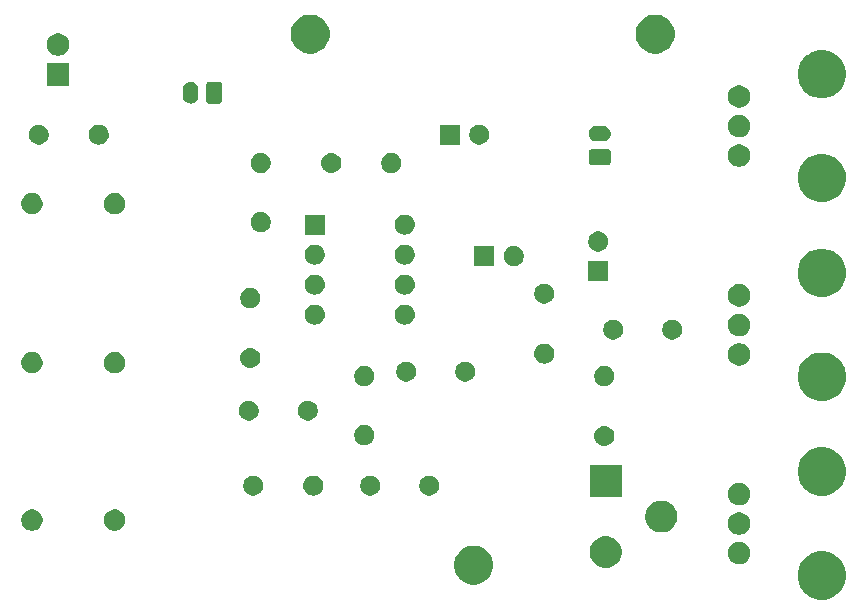
<source format=gbr>
G04 #@! TF.GenerationSoftware,KiCad,Pcbnew,(5.0.1)-rc2*
G04 #@! TF.CreationDate,2018-12-16T23:01:32-05:00*
G04 #@! TF.ProjectId,miniamp,6D696E69616D702E6B696361645F7063,rev?*
G04 #@! TF.SameCoordinates,Original*
G04 #@! TF.FileFunction,Soldermask,Bot*
G04 #@! TF.FilePolarity,Negative*
%FSLAX46Y46*%
G04 Gerber Fmt 4.6, Leading zero omitted, Abs format (unit mm)*
G04 Created by KiCad (PCBNEW (5.0.1)-rc2) date 12/16/2018 11:01:32 PM*
%MOMM*%
%LPD*%
G01*
G04 APERTURE LIST*
%ADD10C,0.100000*%
G04 APERTURE END LIST*
D10*
G36*
X192891252Y-99495818D02*
X192891254Y-99495819D01*
X192891255Y-99495819D01*
X193264513Y-99650427D01*
X193491295Y-99801958D01*
X193600439Y-99874886D01*
X193886114Y-100160561D01*
X193886116Y-100160564D01*
X194110573Y-100496487D01*
X194265181Y-100869745D01*
X194344000Y-101265994D01*
X194344000Y-101670006D01*
X194265181Y-102066255D01*
X194110573Y-102439513D01*
X194110572Y-102439514D01*
X193886114Y-102775439D01*
X193600439Y-103061114D01*
X193600436Y-103061116D01*
X193264513Y-103285573D01*
X192891255Y-103440181D01*
X192891254Y-103440181D01*
X192891252Y-103440182D01*
X192495007Y-103519000D01*
X192090993Y-103519000D01*
X191694748Y-103440182D01*
X191694746Y-103440181D01*
X191694745Y-103440181D01*
X191321487Y-103285573D01*
X190985564Y-103061116D01*
X190985561Y-103061114D01*
X190699886Y-102775439D01*
X190475428Y-102439514D01*
X190475427Y-102439513D01*
X190320819Y-102066255D01*
X190242000Y-101670006D01*
X190242000Y-101265994D01*
X190320819Y-100869745D01*
X190475427Y-100496487D01*
X190699884Y-100160564D01*
X190699886Y-100160561D01*
X190985561Y-99874886D01*
X191094705Y-99801958D01*
X191321487Y-99650427D01*
X191694745Y-99495819D01*
X191694746Y-99495819D01*
X191694748Y-99495818D01*
X192090993Y-99417000D01*
X192495007Y-99417000D01*
X192891252Y-99495818D01*
X192891252Y-99495818D01*
G37*
G36*
X163121246Y-98961770D02*
X163295579Y-98996447D01*
X163596042Y-99120903D01*
X163850017Y-99290604D01*
X163866454Y-99301587D01*
X164096413Y-99531546D01*
X164096415Y-99531549D01*
X164277097Y-99801958D01*
X164366778Y-100018466D01*
X164401553Y-100102422D01*
X164465000Y-100421389D01*
X164465000Y-100746611D01*
X164401553Y-101065578D01*
X164277098Y-101366040D01*
X164096413Y-101636454D01*
X163866454Y-101866413D01*
X163866451Y-101866415D01*
X163596042Y-102047097D01*
X163295579Y-102171553D01*
X163189256Y-102192702D01*
X162976611Y-102235000D01*
X162651389Y-102235000D01*
X162438744Y-102192702D01*
X162332421Y-102171553D01*
X162031958Y-102047097D01*
X161761549Y-101866415D01*
X161761546Y-101866413D01*
X161531587Y-101636454D01*
X161350902Y-101366040D01*
X161226447Y-101065578D01*
X161163000Y-100746611D01*
X161163000Y-100421389D01*
X161226447Y-100102422D01*
X161261223Y-100018466D01*
X161350903Y-99801958D01*
X161531585Y-99531549D01*
X161531587Y-99531546D01*
X161761546Y-99301587D01*
X161777983Y-99290604D01*
X162031958Y-99120903D01*
X162332421Y-98996447D01*
X162506754Y-98961770D01*
X162651389Y-98933000D01*
X162976611Y-98933000D01*
X163121246Y-98961770D01*
X163121246Y-98961770D01*
G37*
G36*
X174253567Y-98146959D02*
X174384072Y-98172918D01*
X174629939Y-98274759D01*
X174850464Y-98422110D01*
X174851215Y-98422612D01*
X175039388Y-98610785D01*
X175039390Y-98610788D01*
X175187241Y-98832061D01*
X175289082Y-99077928D01*
X175289082Y-99077929D01*
X175333571Y-99301587D01*
X175341000Y-99338938D01*
X175341000Y-99605062D01*
X175289082Y-99866072D01*
X175187241Y-100111939D01*
X175039890Y-100332464D01*
X175039388Y-100333215D01*
X174851215Y-100521388D01*
X174851212Y-100521390D01*
X174629939Y-100669241D01*
X174384072Y-100771082D01*
X174253567Y-100797041D01*
X174123063Y-100823000D01*
X173856937Y-100823000D01*
X173726433Y-100797041D01*
X173595928Y-100771082D01*
X173350061Y-100669241D01*
X173128788Y-100521390D01*
X173128785Y-100521388D01*
X172940612Y-100333215D01*
X172940110Y-100332464D01*
X172792759Y-100111939D01*
X172690918Y-99866072D01*
X172639000Y-99605062D01*
X172639000Y-99338938D01*
X172646430Y-99301587D01*
X172690918Y-99077929D01*
X172690918Y-99077928D01*
X172792759Y-98832061D01*
X172940610Y-98610788D01*
X172940612Y-98610785D01*
X173128785Y-98422612D01*
X173129536Y-98422110D01*
X173350061Y-98274759D01*
X173595928Y-98172918D01*
X173726433Y-98146959D01*
X173856937Y-98121000D01*
X174123063Y-98121000D01*
X174253567Y-98146959D01*
X174253567Y-98146959D01*
G37*
G36*
X185570396Y-98653546D02*
X185743466Y-98725234D01*
X185899230Y-98829312D01*
X186031688Y-98961770D01*
X186135766Y-99117534D01*
X186207454Y-99290604D01*
X186244000Y-99474333D01*
X186244000Y-99661667D01*
X186207454Y-99845396D01*
X186135766Y-100018466D01*
X186031688Y-100174230D01*
X185899230Y-100306688D01*
X185743466Y-100410766D01*
X185570396Y-100482454D01*
X185386667Y-100519000D01*
X185199333Y-100519000D01*
X185015604Y-100482454D01*
X184842534Y-100410766D01*
X184686770Y-100306688D01*
X184554312Y-100174230D01*
X184450234Y-100018466D01*
X184378546Y-99845396D01*
X184342000Y-99661667D01*
X184342000Y-99474333D01*
X184378546Y-99290604D01*
X184450234Y-99117534D01*
X184554312Y-98961770D01*
X184686770Y-98829312D01*
X184842534Y-98725234D01*
X185015604Y-98653546D01*
X185199333Y-98617000D01*
X185386667Y-98617000D01*
X185570396Y-98653546D01*
X185570396Y-98653546D01*
G37*
G36*
X185570396Y-96153546D02*
X185743466Y-96225234D01*
X185899230Y-96329312D01*
X186031688Y-96461770D01*
X186135766Y-96617534D01*
X186207454Y-96790604D01*
X186244000Y-96974333D01*
X186244000Y-97161667D01*
X186207454Y-97345396D01*
X186135766Y-97518466D01*
X186031688Y-97674230D01*
X185899230Y-97806688D01*
X185743466Y-97910766D01*
X185570396Y-97982454D01*
X185386667Y-98019000D01*
X185199333Y-98019000D01*
X185015604Y-97982454D01*
X184842534Y-97910766D01*
X184686770Y-97806688D01*
X184554312Y-97674230D01*
X184450234Y-97518466D01*
X184378546Y-97345396D01*
X184342000Y-97161667D01*
X184342000Y-96974333D01*
X184378546Y-96790604D01*
X184450234Y-96617534D01*
X184554312Y-96461770D01*
X184686770Y-96329312D01*
X184842534Y-96225234D01*
X185015604Y-96153546D01*
X185199333Y-96117000D01*
X185386667Y-96117000D01*
X185570396Y-96153546D01*
X185570396Y-96153546D01*
G37*
G36*
X178953567Y-95146959D02*
X179084072Y-95172918D01*
X179329939Y-95274759D01*
X179533485Y-95410765D01*
X179551215Y-95422612D01*
X179739388Y-95610785D01*
X179739390Y-95610788D01*
X179887241Y-95832061D01*
X179989082Y-96077928D01*
X180013293Y-96199643D01*
X180041000Y-96338937D01*
X180041000Y-96605063D01*
X180038519Y-96617534D01*
X179989082Y-96866072D01*
X179887241Y-97111939D01*
X179739890Y-97332464D01*
X179739388Y-97333215D01*
X179551215Y-97521388D01*
X179551212Y-97521390D01*
X179329939Y-97669241D01*
X179084072Y-97771082D01*
X178953567Y-97797041D01*
X178823063Y-97823000D01*
X178556937Y-97823000D01*
X178426433Y-97797041D01*
X178295928Y-97771082D01*
X178050061Y-97669241D01*
X177828788Y-97521390D01*
X177828785Y-97521388D01*
X177640612Y-97333215D01*
X177640110Y-97332464D01*
X177492759Y-97111939D01*
X177390918Y-96866072D01*
X177341481Y-96617534D01*
X177339000Y-96605063D01*
X177339000Y-96338937D01*
X177366707Y-96199643D01*
X177390918Y-96077928D01*
X177492759Y-95832061D01*
X177640610Y-95610788D01*
X177640612Y-95610785D01*
X177828785Y-95422612D01*
X177846515Y-95410765D01*
X178050061Y-95274759D01*
X178295928Y-95172918D01*
X178426433Y-95146959D01*
X178556937Y-95121000D01*
X178823063Y-95121000D01*
X178953567Y-95146959D01*
X178953567Y-95146959D01*
G37*
G36*
X132671812Y-95907624D02*
X132835784Y-95975544D01*
X132983354Y-96074147D01*
X133108853Y-96199646D01*
X133207456Y-96347216D01*
X133275376Y-96511188D01*
X133310000Y-96685259D01*
X133310000Y-96862741D01*
X133275376Y-97036812D01*
X133207456Y-97200784D01*
X133108853Y-97348354D01*
X132983354Y-97473853D01*
X132835784Y-97572456D01*
X132671812Y-97640376D01*
X132497741Y-97675000D01*
X132320259Y-97675000D01*
X132146188Y-97640376D01*
X131982216Y-97572456D01*
X131834646Y-97473853D01*
X131709147Y-97348354D01*
X131610544Y-97200784D01*
X131542624Y-97036812D01*
X131508000Y-96862741D01*
X131508000Y-96685259D01*
X131542624Y-96511188D01*
X131610544Y-96347216D01*
X131709147Y-96199646D01*
X131834646Y-96074147D01*
X131982216Y-95975544D01*
X132146188Y-95907624D01*
X132320259Y-95873000D01*
X132497741Y-95873000D01*
X132671812Y-95907624D01*
X132671812Y-95907624D01*
G37*
G36*
X125671812Y-95907624D02*
X125835784Y-95975544D01*
X125983354Y-96074147D01*
X126108853Y-96199646D01*
X126207456Y-96347216D01*
X126275376Y-96511188D01*
X126310000Y-96685259D01*
X126310000Y-96862741D01*
X126275376Y-97036812D01*
X126207456Y-97200784D01*
X126108853Y-97348354D01*
X125983354Y-97473853D01*
X125835784Y-97572456D01*
X125671812Y-97640376D01*
X125497741Y-97675000D01*
X125320259Y-97675000D01*
X125146188Y-97640376D01*
X124982216Y-97572456D01*
X124834646Y-97473853D01*
X124709147Y-97348354D01*
X124610544Y-97200784D01*
X124542624Y-97036812D01*
X124508000Y-96862741D01*
X124508000Y-96685259D01*
X124542624Y-96511188D01*
X124610544Y-96347216D01*
X124709147Y-96199646D01*
X124834646Y-96074147D01*
X124982216Y-95975544D01*
X125146188Y-95907624D01*
X125320259Y-95873000D01*
X125497741Y-95873000D01*
X125671812Y-95907624D01*
X125671812Y-95907624D01*
G37*
G36*
X185570396Y-93653546D02*
X185743466Y-93725234D01*
X185899230Y-93829312D01*
X186031688Y-93961770D01*
X186135766Y-94117534D01*
X186207454Y-94290604D01*
X186244000Y-94474333D01*
X186244000Y-94661667D01*
X186207454Y-94845396D01*
X186135766Y-95018466D01*
X186031688Y-95174230D01*
X185899230Y-95306688D01*
X185743466Y-95410766D01*
X185570396Y-95482454D01*
X185386667Y-95519000D01*
X185199333Y-95519000D01*
X185015604Y-95482454D01*
X184842534Y-95410766D01*
X184686770Y-95306688D01*
X184554312Y-95174230D01*
X184450234Y-95018466D01*
X184378546Y-94845396D01*
X184342000Y-94661667D01*
X184342000Y-94474333D01*
X184378546Y-94290604D01*
X184450234Y-94117534D01*
X184554312Y-93961770D01*
X184686770Y-93829312D01*
X184842534Y-93725234D01*
X185015604Y-93653546D01*
X185199333Y-93617000D01*
X185386667Y-93617000D01*
X185570396Y-93653546D01*
X185570396Y-93653546D01*
G37*
G36*
X175341000Y-94823000D02*
X172639000Y-94823000D01*
X172639000Y-92121000D01*
X175341000Y-92121000D01*
X175341000Y-94823000D01*
X175341000Y-94823000D01*
G37*
G36*
X192891252Y-90695818D02*
X192891254Y-90695819D01*
X192891255Y-90695819D01*
X193264513Y-90850427D01*
X193264514Y-90850428D01*
X193600439Y-91074886D01*
X193886114Y-91360561D01*
X193886116Y-91360564D01*
X194110573Y-91696487D01*
X194265181Y-92069745D01*
X194265182Y-92069748D01*
X194344000Y-92465993D01*
X194344000Y-92870007D01*
X194268745Y-93248341D01*
X194265181Y-93266255D01*
X194110573Y-93639513D01*
X194053296Y-93725234D01*
X193886114Y-93975439D01*
X193600439Y-94261114D01*
X193600436Y-94261116D01*
X193264513Y-94485573D01*
X192891255Y-94640181D01*
X192891254Y-94640181D01*
X192891252Y-94640182D01*
X192495007Y-94719000D01*
X192090993Y-94719000D01*
X191694748Y-94640182D01*
X191694746Y-94640181D01*
X191694745Y-94640181D01*
X191321487Y-94485573D01*
X190985564Y-94261116D01*
X190985561Y-94261114D01*
X190699886Y-93975439D01*
X190532704Y-93725234D01*
X190475427Y-93639513D01*
X190320819Y-93266255D01*
X190317256Y-93248341D01*
X190242000Y-92870007D01*
X190242000Y-92465993D01*
X190320818Y-92069748D01*
X190320819Y-92069745D01*
X190475427Y-91696487D01*
X190699884Y-91360564D01*
X190699886Y-91360561D01*
X190985561Y-91074886D01*
X191321486Y-90850428D01*
X191321487Y-90850427D01*
X191694745Y-90695819D01*
X191694746Y-90695819D01*
X191694748Y-90695818D01*
X192090993Y-90617000D01*
X192495007Y-90617000D01*
X192891252Y-90695818D01*
X192891252Y-90695818D01*
G37*
G36*
X154299228Y-93034703D02*
X154454100Y-93098853D01*
X154593481Y-93191985D01*
X154712015Y-93310519D01*
X154805147Y-93449900D01*
X154869297Y-93604772D01*
X154902000Y-93769184D01*
X154902000Y-93936816D01*
X154869297Y-94101228D01*
X154805147Y-94256100D01*
X154712015Y-94395481D01*
X154593481Y-94514015D01*
X154454100Y-94607147D01*
X154299228Y-94671297D01*
X154134816Y-94704000D01*
X153967184Y-94704000D01*
X153802772Y-94671297D01*
X153647900Y-94607147D01*
X153508519Y-94514015D01*
X153389985Y-94395481D01*
X153296853Y-94256100D01*
X153232703Y-94101228D01*
X153200000Y-93936816D01*
X153200000Y-93769184D01*
X153232703Y-93604772D01*
X153296853Y-93449900D01*
X153389985Y-93310519D01*
X153508519Y-93191985D01*
X153647900Y-93098853D01*
X153802772Y-93034703D01*
X153967184Y-93002000D01*
X154134816Y-93002000D01*
X154299228Y-93034703D01*
X154299228Y-93034703D01*
G37*
G36*
X144393228Y-93034703D02*
X144548100Y-93098853D01*
X144687481Y-93191985D01*
X144806015Y-93310519D01*
X144899147Y-93449900D01*
X144963297Y-93604772D01*
X144996000Y-93769184D01*
X144996000Y-93936816D01*
X144963297Y-94101228D01*
X144899147Y-94256100D01*
X144806015Y-94395481D01*
X144687481Y-94514015D01*
X144548100Y-94607147D01*
X144393228Y-94671297D01*
X144228816Y-94704000D01*
X144061184Y-94704000D01*
X143896772Y-94671297D01*
X143741900Y-94607147D01*
X143602519Y-94514015D01*
X143483985Y-94395481D01*
X143390853Y-94256100D01*
X143326703Y-94101228D01*
X143294000Y-93936816D01*
X143294000Y-93769184D01*
X143326703Y-93604772D01*
X143390853Y-93449900D01*
X143483985Y-93310519D01*
X143602519Y-93191985D01*
X143741900Y-93098853D01*
X143896772Y-93034703D01*
X144061184Y-93002000D01*
X144228816Y-93002000D01*
X144393228Y-93034703D01*
X144393228Y-93034703D01*
G37*
G36*
X149391821Y-93014313D02*
X149391824Y-93014314D01*
X149391825Y-93014314D01*
X149552239Y-93062975D01*
X149552241Y-93062976D01*
X149552244Y-93062977D01*
X149700078Y-93141995D01*
X149829659Y-93248341D01*
X149936005Y-93377922D01*
X150015023Y-93525756D01*
X150015024Y-93525759D01*
X150015025Y-93525761D01*
X150053788Y-93653546D01*
X150063687Y-93686179D01*
X150080117Y-93853000D01*
X150063687Y-94019821D01*
X150063686Y-94019824D01*
X150063686Y-94019825D01*
X150034047Y-94117533D01*
X150015023Y-94180244D01*
X149936005Y-94328078D01*
X149829659Y-94457659D01*
X149700078Y-94564005D01*
X149552244Y-94643023D01*
X149552241Y-94643024D01*
X149552239Y-94643025D01*
X149391825Y-94691686D01*
X149391824Y-94691686D01*
X149391821Y-94691687D01*
X149266804Y-94704000D01*
X149183196Y-94704000D01*
X149058179Y-94691687D01*
X149058176Y-94691686D01*
X149058175Y-94691686D01*
X148897761Y-94643025D01*
X148897759Y-94643024D01*
X148897756Y-94643023D01*
X148749922Y-94564005D01*
X148620341Y-94457659D01*
X148513995Y-94328078D01*
X148434977Y-94180244D01*
X148415954Y-94117533D01*
X148386314Y-94019825D01*
X148386314Y-94019824D01*
X148386313Y-94019821D01*
X148369883Y-93853000D01*
X148386313Y-93686179D01*
X148396212Y-93653546D01*
X148434975Y-93525761D01*
X148434976Y-93525759D01*
X148434977Y-93525756D01*
X148513995Y-93377922D01*
X148620341Y-93248341D01*
X148749922Y-93141995D01*
X148897756Y-93062977D01*
X148897759Y-93062976D01*
X148897761Y-93062975D01*
X149058175Y-93014314D01*
X149058176Y-93014314D01*
X149058179Y-93014313D01*
X149183196Y-93002000D01*
X149266804Y-93002000D01*
X149391821Y-93014313D01*
X149391821Y-93014313D01*
G37*
G36*
X159299228Y-93034703D02*
X159454100Y-93098853D01*
X159593481Y-93191985D01*
X159712015Y-93310519D01*
X159805147Y-93449900D01*
X159869297Y-93604772D01*
X159902000Y-93769184D01*
X159902000Y-93936816D01*
X159869297Y-94101228D01*
X159805147Y-94256100D01*
X159712015Y-94395481D01*
X159593481Y-94514015D01*
X159454100Y-94607147D01*
X159299228Y-94671297D01*
X159134816Y-94704000D01*
X158967184Y-94704000D01*
X158802772Y-94671297D01*
X158647900Y-94607147D01*
X158508519Y-94514015D01*
X158389985Y-94395481D01*
X158296853Y-94256100D01*
X158232703Y-94101228D01*
X158200000Y-93936816D01*
X158200000Y-93769184D01*
X158232703Y-93604772D01*
X158296853Y-93449900D01*
X158389985Y-93310519D01*
X158508519Y-93191985D01*
X158647900Y-93098853D01*
X158802772Y-93034703D01*
X158967184Y-93002000D01*
X159134816Y-93002000D01*
X159299228Y-93034703D01*
X159299228Y-93034703D01*
G37*
G36*
X174029821Y-88823313D02*
X174029824Y-88823314D01*
X174029825Y-88823314D01*
X174190239Y-88871975D01*
X174190241Y-88871976D01*
X174190244Y-88871977D01*
X174338078Y-88950995D01*
X174467659Y-89057341D01*
X174574005Y-89186922D01*
X174653023Y-89334756D01*
X174701687Y-89495179D01*
X174718117Y-89662000D01*
X174701687Y-89828821D01*
X174701686Y-89828824D01*
X174701686Y-89828825D01*
X174654281Y-89985100D01*
X174653023Y-89989244D01*
X174574005Y-90137078D01*
X174467659Y-90266659D01*
X174338078Y-90373005D01*
X174190244Y-90452023D01*
X174190241Y-90452024D01*
X174190239Y-90452025D01*
X174029825Y-90500686D01*
X174029824Y-90500686D01*
X174029821Y-90500687D01*
X173904804Y-90513000D01*
X173821196Y-90513000D01*
X173696179Y-90500687D01*
X173696176Y-90500686D01*
X173696175Y-90500686D01*
X173535761Y-90452025D01*
X173535759Y-90452024D01*
X173535756Y-90452023D01*
X173387922Y-90373005D01*
X173258341Y-90266659D01*
X173151995Y-90137078D01*
X173072977Y-89989244D01*
X173071720Y-89985100D01*
X173024314Y-89828825D01*
X173024314Y-89828824D01*
X173024313Y-89828821D01*
X173007883Y-89662000D01*
X173024313Y-89495179D01*
X173072977Y-89334756D01*
X173151995Y-89186922D01*
X173258341Y-89057341D01*
X173387922Y-88950995D01*
X173535756Y-88871977D01*
X173535759Y-88871976D01*
X173535761Y-88871975D01*
X173696175Y-88823314D01*
X173696176Y-88823314D01*
X173696179Y-88823313D01*
X173821196Y-88811000D01*
X173904804Y-88811000D01*
X174029821Y-88823313D01*
X174029821Y-88823313D01*
G37*
G36*
X153791228Y-88763703D02*
X153946100Y-88827853D01*
X154085481Y-88920985D01*
X154204015Y-89039519D01*
X154297147Y-89178900D01*
X154361297Y-89333772D01*
X154394000Y-89498184D01*
X154394000Y-89665816D01*
X154361297Y-89830228D01*
X154297147Y-89985100D01*
X154204015Y-90124481D01*
X154085481Y-90243015D01*
X153946100Y-90336147D01*
X153791228Y-90400297D01*
X153626816Y-90433000D01*
X153459184Y-90433000D01*
X153294772Y-90400297D01*
X153139900Y-90336147D01*
X153000519Y-90243015D01*
X152881985Y-90124481D01*
X152788853Y-89985100D01*
X152724703Y-89830228D01*
X152692000Y-89665816D01*
X152692000Y-89498184D01*
X152724703Y-89333772D01*
X152788853Y-89178900D01*
X152881985Y-89039519D01*
X153000519Y-88920985D01*
X153139900Y-88827853D01*
X153294772Y-88763703D01*
X153459184Y-88731000D01*
X153626816Y-88731000D01*
X153791228Y-88763703D01*
X153791228Y-88763703D01*
G37*
G36*
X144012228Y-86684703D02*
X144167100Y-86748853D01*
X144306481Y-86841985D01*
X144425015Y-86960519D01*
X144518147Y-87099900D01*
X144582297Y-87254772D01*
X144615000Y-87419184D01*
X144615000Y-87586816D01*
X144582297Y-87751228D01*
X144518147Y-87906100D01*
X144425015Y-88045481D01*
X144306481Y-88164015D01*
X144167100Y-88257147D01*
X144012228Y-88321297D01*
X143847816Y-88354000D01*
X143680184Y-88354000D01*
X143515772Y-88321297D01*
X143360900Y-88257147D01*
X143221519Y-88164015D01*
X143102985Y-88045481D01*
X143009853Y-87906100D01*
X142945703Y-87751228D01*
X142913000Y-87586816D01*
X142913000Y-87419184D01*
X142945703Y-87254772D01*
X143009853Y-87099900D01*
X143102985Y-86960519D01*
X143221519Y-86841985D01*
X143360900Y-86748853D01*
X143515772Y-86684703D01*
X143680184Y-86652000D01*
X143847816Y-86652000D01*
X144012228Y-86684703D01*
X144012228Y-86684703D01*
G37*
G36*
X149012228Y-86684703D02*
X149167100Y-86748853D01*
X149306481Y-86841985D01*
X149425015Y-86960519D01*
X149518147Y-87099900D01*
X149582297Y-87254772D01*
X149615000Y-87419184D01*
X149615000Y-87586816D01*
X149582297Y-87751228D01*
X149518147Y-87906100D01*
X149425015Y-88045481D01*
X149306481Y-88164015D01*
X149167100Y-88257147D01*
X149012228Y-88321297D01*
X148847816Y-88354000D01*
X148680184Y-88354000D01*
X148515772Y-88321297D01*
X148360900Y-88257147D01*
X148221519Y-88164015D01*
X148102985Y-88045481D01*
X148009853Y-87906100D01*
X147945703Y-87751228D01*
X147913000Y-87586816D01*
X147913000Y-87419184D01*
X147945703Y-87254772D01*
X148009853Y-87099900D01*
X148102985Y-86960519D01*
X148221519Y-86841985D01*
X148360900Y-86748853D01*
X148515772Y-86684703D01*
X148680184Y-86652000D01*
X148847816Y-86652000D01*
X149012228Y-86684703D01*
X149012228Y-86684703D01*
G37*
G36*
X192891252Y-82668318D02*
X192891254Y-82668319D01*
X192891255Y-82668319D01*
X193264513Y-82822927D01*
X193547803Y-83012216D01*
X193600439Y-83047386D01*
X193886114Y-83333061D01*
X193886116Y-83333064D01*
X194110573Y-83668987D01*
X194214954Y-83920986D01*
X194265182Y-84042248D01*
X194344000Y-84438493D01*
X194344000Y-84842507D01*
X194321595Y-84955147D01*
X194265181Y-85238755D01*
X194110573Y-85612013D01*
X194110572Y-85612014D01*
X193886114Y-85947939D01*
X193600439Y-86233614D01*
X193600436Y-86233616D01*
X193264513Y-86458073D01*
X192891255Y-86612681D01*
X192891254Y-86612681D01*
X192891252Y-86612682D01*
X192495007Y-86691500D01*
X192090993Y-86691500D01*
X191694748Y-86612682D01*
X191694746Y-86612681D01*
X191694745Y-86612681D01*
X191321487Y-86458073D01*
X190985564Y-86233616D01*
X190985561Y-86233614D01*
X190699886Y-85947939D01*
X190475428Y-85612014D01*
X190475427Y-85612013D01*
X190320819Y-85238755D01*
X190264406Y-84955147D01*
X190242000Y-84842507D01*
X190242000Y-84438493D01*
X190320818Y-84042248D01*
X190371046Y-83920986D01*
X190475427Y-83668987D01*
X190699884Y-83333064D01*
X190699886Y-83333061D01*
X190985561Y-83047386D01*
X191038197Y-83012216D01*
X191321487Y-82822927D01*
X191694745Y-82668319D01*
X191694746Y-82668319D01*
X191694748Y-82668318D01*
X192090993Y-82589500D01*
X192495007Y-82589500D01*
X192891252Y-82668318D01*
X192891252Y-82668318D01*
G37*
G36*
X153791228Y-83763703D02*
X153946100Y-83827853D01*
X154085481Y-83920985D01*
X154204015Y-84039519D01*
X154297147Y-84178900D01*
X154361297Y-84333772D01*
X154394000Y-84498184D01*
X154394000Y-84665816D01*
X154361297Y-84830228D01*
X154297147Y-84985100D01*
X154204015Y-85124481D01*
X154085481Y-85243015D01*
X153946100Y-85336147D01*
X153791228Y-85400297D01*
X153626816Y-85433000D01*
X153459184Y-85433000D01*
X153294772Y-85400297D01*
X153139900Y-85336147D01*
X153000519Y-85243015D01*
X152881985Y-85124481D01*
X152788853Y-84985100D01*
X152724703Y-84830228D01*
X152692000Y-84665816D01*
X152692000Y-84498184D01*
X152724703Y-84333772D01*
X152788853Y-84178900D01*
X152881985Y-84039519D01*
X153000519Y-83920985D01*
X153139900Y-83827853D01*
X153294772Y-83763703D01*
X153459184Y-83731000D01*
X153626816Y-83731000D01*
X153791228Y-83763703D01*
X153791228Y-83763703D01*
G37*
G36*
X174111228Y-83763703D02*
X174266100Y-83827853D01*
X174405481Y-83920985D01*
X174524015Y-84039519D01*
X174617147Y-84178900D01*
X174681297Y-84333772D01*
X174714000Y-84498184D01*
X174714000Y-84665816D01*
X174681297Y-84830228D01*
X174617147Y-84985100D01*
X174524015Y-85124481D01*
X174405481Y-85243015D01*
X174266100Y-85336147D01*
X174111228Y-85400297D01*
X173946816Y-85433000D01*
X173779184Y-85433000D01*
X173614772Y-85400297D01*
X173459900Y-85336147D01*
X173320519Y-85243015D01*
X173201985Y-85124481D01*
X173108853Y-84985100D01*
X173044703Y-84830228D01*
X173012000Y-84665816D01*
X173012000Y-84498184D01*
X173044703Y-84333772D01*
X173108853Y-84178900D01*
X173201985Y-84039519D01*
X173320519Y-83920985D01*
X173459900Y-83827853D01*
X173614772Y-83763703D01*
X173779184Y-83731000D01*
X173946816Y-83731000D01*
X174111228Y-83763703D01*
X174111228Y-83763703D01*
G37*
G36*
X162347228Y-83382703D02*
X162502100Y-83446853D01*
X162641481Y-83539985D01*
X162760015Y-83658519D01*
X162853147Y-83797900D01*
X162917297Y-83952772D01*
X162950000Y-84117184D01*
X162950000Y-84284816D01*
X162917297Y-84449228D01*
X162853147Y-84604100D01*
X162760015Y-84743481D01*
X162641481Y-84862015D01*
X162502100Y-84955147D01*
X162347228Y-85019297D01*
X162182816Y-85052000D01*
X162015184Y-85052000D01*
X161850772Y-85019297D01*
X161695900Y-84955147D01*
X161556519Y-84862015D01*
X161437985Y-84743481D01*
X161344853Y-84604100D01*
X161280703Y-84449228D01*
X161248000Y-84284816D01*
X161248000Y-84117184D01*
X161280703Y-83952772D01*
X161344853Y-83797900D01*
X161437985Y-83658519D01*
X161556519Y-83539985D01*
X161695900Y-83446853D01*
X161850772Y-83382703D01*
X162015184Y-83350000D01*
X162182816Y-83350000D01*
X162347228Y-83382703D01*
X162347228Y-83382703D01*
G37*
G36*
X157347228Y-83382703D02*
X157502100Y-83446853D01*
X157641481Y-83539985D01*
X157760015Y-83658519D01*
X157853147Y-83797900D01*
X157917297Y-83952772D01*
X157950000Y-84117184D01*
X157950000Y-84284816D01*
X157917297Y-84449228D01*
X157853147Y-84604100D01*
X157760015Y-84743481D01*
X157641481Y-84862015D01*
X157502100Y-84955147D01*
X157347228Y-85019297D01*
X157182816Y-85052000D01*
X157015184Y-85052000D01*
X156850772Y-85019297D01*
X156695900Y-84955147D01*
X156556519Y-84862015D01*
X156437985Y-84743481D01*
X156344853Y-84604100D01*
X156280703Y-84449228D01*
X156248000Y-84284816D01*
X156248000Y-84117184D01*
X156280703Y-83952772D01*
X156344853Y-83797900D01*
X156437985Y-83658519D01*
X156556519Y-83539985D01*
X156695900Y-83446853D01*
X156850772Y-83382703D01*
X157015184Y-83350000D01*
X157182816Y-83350000D01*
X157347228Y-83382703D01*
X157347228Y-83382703D01*
G37*
G36*
X132671812Y-82572624D02*
X132835784Y-82640544D01*
X132983354Y-82739147D01*
X133108853Y-82864646D01*
X133207456Y-83012216D01*
X133275376Y-83176188D01*
X133310000Y-83350259D01*
X133310000Y-83527741D01*
X133275376Y-83701812D01*
X133207456Y-83865784D01*
X133108853Y-84013354D01*
X132983354Y-84138853D01*
X132835784Y-84237456D01*
X132671812Y-84305376D01*
X132497741Y-84340000D01*
X132320259Y-84340000D01*
X132146188Y-84305376D01*
X131982216Y-84237456D01*
X131834646Y-84138853D01*
X131709147Y-84013354D01*
X131610544Y-83865784D01*
X131542624Y-83701812D01*
X131508000Y-83527741D01*
X131508000Y-83350259D01*
X131542624Y-83176188D01*
X131610544Y-83012216D01*
X131709147Y-82864646D01*
X131834646Y-82739147D01*
X131982216Y-82640544D01*
X132146188Y-82572624D01*
X132320259Y-82538000D01*
X132497741Y-82538000D01*
X132671812Y-82572624D01*
X132671812Y-82572624D01*
G37*
G36*
X125671812Y-82572624D02*
X125835784Y-82640544D01*
X125983354Y-82739147D01*
X126108853Y-82864646D01*
X126207456Y-83012216D01*
X126275376Y-83176188D01*
X126310000Y-83350259D01*
X126310000Y-83527741D01*
X126275376Y-83701812D01*
X126207456Y-83865784D01*
X126108853Y-84013354D01*
X125983354Y-84138853D01*
X125835784Y-84237456D01*
X125671812Y-84305376D01*
X125497741Y-84340000D01*
X125320259Y-84340000D01*
X125146188Y-84305376D01*
X124982216Y-84237456D01*
X124834646Y-84138853D01*
X124709147Y-84013354D01*
X124610544Y-83865784D01*
X124542624Y-83701812D01*
X124508000Y-83527741D01*
X124508000Y-83350259D01*
X124542624Y-83176188D01*
X124610544Y-83012216D01*
X124709147Y-82864646D01*
X124834646Y-82739147D01*
X124982216Y-82640544D01*
X125146188Y-82572624D01*
X125320259Y-82538000D01*
X125497741Y-82538000D01*
X125671812Y-82572624D01*
X125671812Y-82572624D01*
G37*
G36*
X144057821Y-82219313D02*
X144057824Y-82219314D01*
X144057825Y-82219314D01*
X144218239Y-82267975D01*
X144218241Y-82267976D01*
X144218244Y-82267977D01*
X144366078Y-82346995D01*
X144495659Y-82453341D01*
X144602005Y-82582922D01*
X144681023Y-82730756D01*
X144681024Y-82730759D01*
X144681025Y-82730761D01*
X144729686Y-82891175D01*
X144729687Y-82891179D01*
X144746117Y-83058000D01*
X144729687Y-83224821D01*
X144729686Y-83224824D01*
X144729686Y-83224825D01*
X144691715Y-83350000D01*
X144681023Y-83385244D01*
X144602005Y-83533078D01*
X144495659Y-83662659D01*
X144366078Y-83769005D01*
X144218244Y-83848023D01*
X144218241Y-83848024D01*
X144218239Y-83848025D01*
X144057825Y-83896686D01*
X144057824Y-83896686D01*
X144057821Y-83896687D01*
X143932804Y-83909000D01*
X143849196Y-83909000D01*
X143724179Y-83896687D01*
X143724176Y-83896686D01*
X143724175Y-83896686D01*
X143563761Y-83848025D01*
X143563759Y-83848024D01*
X143563756Y-83848023D01*
X143415922Y-83769005D01*
X143286341Y-83662659D01*
X143179995Y-83533078D01*
X143100977Y-83385244D01*
X143090286Y-83350000D01*
X143052314Y-83224825D01*
X143052314Y-83224824D01*
X143052313Y-83224821D01*
X143035883Y-83058000D01*
X143052313Y-82891179D01*
X143052314Y-82891175D01*
X143100975Y-82730761D01*
X143100976Y-82730759D01*
X143100977Y-82730756D01*
X143179995Y-82582922D01*
X143286341Y-82453341D01*
X143415922Y-82346995D01*
X143563756Y-82267977D01*
X143563759Y-82267976D01*
X143563761Y-82267975D01*
X143724175Y-82219314D01*
X143724176Y-82219314D01*
X143724179Y-82219313D01*
X143849196Y-82207000D01*
X143932804Y-82207000D01*
X144057821Y-82219313D01*
X144057821Y-82219313D01*
G37*
G36*
X185570396Y-81826046D02*
X185743466Y-81897734D01*
X185899230Y-82001812D01*
X186031688Y-82134270D01*
X186135766Y-82290034D01*
X186207454Y-82463104D01*
X186244000Y-82646833D01*
X186244000Y-82834167D01*
X186207454Y-83017896D01*
X186135766Y-83190966D01*
X186031688Y-83346730D01*
X185899230Y-83479188D01*
X185743466Y-83583266D01*
X185570396Y-83654954D01*
X185386667Y-83691500D01*
X185199333Y-83691500D01*
X185015604Y-83654954D01*
X184842534Y-83583266D01*
X184686770Y-83479188D01*
X184554312Y-83346730D01*
X184450234Y-83190966D01*
X184378546Y-83017896D01*
X184342000Y-82834167D01*
X184342000Y-82646833D01*
X184378546Y-82463104D01*
X184450234Y-82290034D01*
X184554312Y-82134270D01*
X184686770Y-82001812D01*
X184842534Y-81897734D01*
X185015604Y-81826046D01*
X185199333Y-81789500D01*
X185386667Y-81789500D01*
X185570396Y-81826046D01*
X185570396Y-81826046D01*
G37*
G36*
X168949821Y-81838313D02*
X168949824Y-81838314D01*
X168949825Y-81838314D01*
X169110239Y-81886975D01*
X169110241Y-81886976D01*
X169110244Y-81886977D01*
X169258078Y-81965995D01*
X169387659Y-82072341D01*
X169494005Y-82201922D01*
X169573023Y-82349756D01*
X169573024Y-82349759D01*
X169573025Y-82349761D01*
X169607407Y-82463104D01*
X169621687Y-82510179D01*
X169638117Y-82677000D01*
X169621687Y-82843821D01*
X169621686Y-82843824D01*
X169621686Y-82843825D01*
X169607323Y-82891175D01*
X169573023Y-83004244D01*
X169494005Y-83152078D01*
X169387659Y-83281659D01*
X169258078Y-83388005D01*
X169110244Y-83467023D01*
X169110241Y-83467024D01*
X169110239Y-83467025D01*
X168949825Y-83515686D01*
X168949824Y-83515686D01*
X168949821Y-83515687D01*
X168824804Y-83528000D01*
X168741196Y-83528000D01*
X168616179Y-83515687D01*
X168616176Y-83515686D01*
X168616175Y-83515686D01*
X168455761Y-83467025D01*
X168455759Y-83467024D01*
X168455756Y-83467023D01*
X168307922Y-83388005D01*
X168178341Y-83281659D01*
X168071995Y-83152078D01*
X167992977Y-83004244D01*
X167958678Y-82891175D01*
X167944314Y-82843825D01*
X167944314Y-82843824D01*
X167944313Y-82843821D01*
X167927883Y-82677000D01*
X167944313Y-82510179D01*
X167958593Y-82463104D01*
X167992975Y-82349761D01*
X167992976Y-82349759D01*
X167992977Y-82349756D01*
X168071995Y-82201922D01*
X168178341Y-82072341D01*
X168307922Y-81965995D01*
X168455756Y-81886977D01*
X168455759Y-81886976D01*
X168455761Y-81886975D01*
X168616175Y-81838314D01*
X168616176Y-81838314D01*
X168616179Y-81838313D01*
X168741196Y-81826000D01*
X168824804Y-81826000D01*
X168949821Y-81838313D01*
X168949821Y-81838313D01*
G37*
G36*
X174873228Y-79826703D02*
X175028100Y-79890853D01*
X175167481Y-79983985D01*
X175286015Y-80102519D01*
X175379147Y-80241900D01*
X175443297Y-80396772D01*
X175476000Y-80561184D01*
X175476000Y-80728816D01*
X175443297Y-80893228D01*
X175379147Y-81048100D01*
X175286015Y-81187481D01*
X175167481Y-81306015D01*
X175028100Y-81399147D01*
X174873228Y-81463297D01*
X174708816Y-81496000D01*
X174541184Y-81496000D01*
X174376772Y-81463297D01*
X174221900Y-81399147D01*
X174082519Y-81306015D01*
X173963985Y-81187481D01*
X173870853Y-81048100D01*
X173806703Y-80893228D01*
X173774000Y-80728816D01*
X173774000Y-80561184D01*
X173806703Y-80396772D01*
X173870853Y-80241900D01*
X173963985Y-80102519D01*
X174082519Y-79983985D01*
X174221900Y-79890853D01*
X174376772Y-79826703D01*
X174541184Y-79794000D01*
X174708816Y-79794000D01*
X174873228Y-79826703D01*
X174873228Y-79826703D01*
G37*
G36*
X179873228Y-79826703D02*
X180028100Y-79890853D01*
X180167481Y-79983985D01*
X180286015Y-80102519D01*
X180379147Y-80241900D01*
X180443297Y-80396772D01*
X180476000Y-80561184D01*
X180476000Y-80728816D01*
X180443297Y-80893228D01*
X180379147Y-81048100D01*
X180286015Y-81187481D01*
X180167481Y-81306015D01*
X180028100Y-81399147D01*
X179873228Y-81463297D01*
X179708816Y-81496000D01*
X179541184Y-81496000D01*
X179376772Y-81463297D01*
X179221900Y-81399147D01*
X179082519Y-81306015D01*
X178963985Y-81187481D01*
X178870853Y-81048100D01*
X178806703Y-80893228D01*
X178774000Y-80728816D01*
X178774000Y-80561184D01*
X178806703Y-80396772D01*
X178870853Y-80241900D01*
X178963985Y-80102519D01*
X179082519Y-79983985D01*
X179221900Y-79890853D01*
X179376772Y-79826703D01*
X179541184Y-79794000D01*
X179708816Y-79794000D01*
X179873228Y-79826703D01*
X179873228Y-79826703D01*
G37*
G36*
X185570396Y-79326046D02*
X185743466Y-79397734D01*
X185899230Y-79501812D01*
X186031688Y-79634270D01*
X186135766Y-79790034D01*
X186207454Y-79963104D01*
X186244000Y-80146833D01*
X186244000Y-80334167D01*
X186207454Y-80517896D01*
X186135766Y-80690966D01*
X186031688Y-80846730D01*
X185899230Y-80979188D01*
X185743466Y-81083266D01*
X185570396Y-81154954D01*
X185386667Y-81191500D01*
X185199333Y-81191500D01*
X185015604Y-81154954D01*
X184842534Y-81083266D01*
X184686770Y-80979188D01*
X184554312Y-80846730D01*
X184450234Y-80690966D01*
X184378546Y-80517896D01*
X184342000Y-80334167D01*
X184342000Y-80146833D01*
X184378546Y-79963104D01*
X184450234Y-79790034D01*
X184554312Y-79634270D01*
X184686770Y-79501812D01*
X184842534Y-79397734D01*
X185015604Y-79326046D01*
X185199333Y-79289500D01*
X185386667Y-79289500D01*
X185570396Y-79326046D01*
X185570396Y-79326046D01*
G37*
G36*
X149518821Y-78536313D02*
X149518824Y-78536314D01*
X149518825Y-78536314D01*
X149679239Y-78584975D01*
X149679241Y-78584976D01*
X149679244Y-78584977D01*
X149827078Y-78663995D01*
X149956659Y-78770341D01*
X150063005Y-78899922D01*
X150142023Y-79047756D01*
X150190687Y-79208179D01*
X150207117Y-79375000D01*
X150190687Y-79541821D01*
X150142023Y-79702244D01*
X150063005Y-79850078D01*
X149956659Y-79979659D01*
X149827078Y-80086005D01*
X149679244Y-80165023D01*
X149679241Y-80165024D01*
X149679239Y-80165025D01*
X149518825Y-80213686D01*
X149518824Y-80213686D01*
X149518821Y-80213687D01*
X149393804Y-80226000D01*
X149310196Y-80226000D01*
X149185179Y-80213687D01*
X149185176Y-80213686D01*
X149185175Y-80213686D01*
X149024761Y-80165025D01*
X149024759Y-80165024D01*
X149024756Y-80165023D01*
X148876922Y-80086005D01*
X148747341Y-79979659D01*
X148640995Y-79850078D01*
X148561977Y-79702244D01*
X148513313Y-79541821D01*
X148496883Y-79375000D01*
X148513313Y-79208179D01*
X148561977Y-79047756D01*
X148640995Y-78899922D01*
X148747341Y-78770341D01*
X148876922Y-78663995D01*
X149024756Y-78584977D01*
X149024759Y-78584976D01*
X149024761Y-78584975D01*
X149185175Y-78536314D01*
X149185176Y-78536314D01*
X149185179Y-78536313D01*
X149310196Y-78524000D01*
X149393804Y-78524000D01*
X149518821Y-78536313D01*
X149518821Y-78536313D01*
G37*
G36*
X157138821Y-78536313D02*
X157138824Y-78536314D01*
X157138825Y-78536314D01*
X157299239Y-78584975D01*
X157299241Y-78584976D01*
X157299244Y-78584977D01*
X157447078Y-78663995D01*
X157576659Y-78770341D01*
X157683005Y-78899922D01*
X157762023Y-79047756D01*
X157810687Y-79208179D01*
X157827117Y-79375000D01*
X157810687Y-79541821D01*
X157762023Y-79702244D01*
X157683005Y-79850078D01*
X157576659Y-79979659D01*
X157447078Y-80086005D01*
X157299244Y-80165023D01*
X157299241Y-80165024D01*
X157299239Y-80165025D01*
X157138825Y-80213686D01*
X157138824Y-80213686D01*
X157138821Y-80213687D01*
X157013804Y-80226000D01*
X156930196Y-80226000D01*
X156805179Y-80213687D01*
X156805176Y-80213686D01*
X156805175Y-80213686D01*
X156644761Y-80165025D01*
X156644759Y-80165024D01*
X156644756Y-80165023D01*
X156496922Y-80086005D01*
X156367341Y-79979659D01*
X156260995Y-79850078D01*
X156181977Y-79702244D01*
X156133313Y-79541821D01*
X156116883Y-79375000D01*
X156133313Y-79208179D01*
X156181977Y-79047756D01*
X156260995Y-78899922D01*
X156367341Y-78770341D01*
X156496922Y-78663995D01*
X156644756Y-78584977D01*
X156644759Y-78584976D01*
X156644761Y-78584975D01*
X156805175Y-78536314D01*
X156805176Y-78536314D01*
X156805179Y-78536313D01*
X156930196Y-78524000D01*
X157013804Y-78524000D01*
X157138821Y-78536313D01*
X157138821Y-78536313D01*
G37*
G36*
X144139228Y-77159703D02*
X144294100Y-77223853D01*
X144433481Y-77316985D01*
X144552015Y-77435519D01*
X144645147Y-77574900D01*
X144709297Y-77729772D01*
X144742000Y-77894184D01*
X144742000Y-78061816D01*
X144709297Y-78226228D01*
X144645147Y-78381100D01*
X144552015Y-78520481D01*
X144433481Y-78639015D01*
X144294100Y-78732147D01*
X144139228Y-78796297D01*
X143974816Y-78829000D01*
X143807184Y-78829000D01*
X143642772Y-78796297D01*
X143487900Y-78732147D01*
X143348519Y-78639015D01*
X143229985Y-78520481D01*
X143136853Y-78381100D01*
X143072703Y-78226228D01*
X143040000Y-78061816D01*
X143040000Y-77894184D01*
X143072703Y-77729772D01*
X143136853Y-77574900D01*
X143229985Y-77435519D01*
X143348519Y-77316985D01*
X143487900Y-77223853D01*
X143642772Y-77159703D01*
X143807184Y-77127000D01*
X143974816Y-77127000D01*
X144139228Y-77159703D01*
X144139228Y-77159703D01*
G37*
G36*
X185570396Y-76826046D02*
X185743466Y-76897734D01*
X185899230Y-77001812D01*
X186031688Y-77134270D01*
X186135766Y-77290034D01*
X186207454Y-77463104D01*
X186244000Y-77646833D01*
X186244000Y-77834167D01*
X186207454Y-78017896D01*
X186135766Y-78190966D01*
X186031688Y-78346730D01*
X185899230Y-78479188D01*
X185743466Y-78583266D01*
X185570396Y-78654954D01*
X185386667Y-78691500D01*
X185199333Y-78691500D01*
X185015604Y-78654954D01*
X184842534Y-78583266D01*
X184686770Y-78479188D01*
X184554312Y-78346730D01*
X184450234Y-78190966D01*
X184378546Y-78017896D01*
X184342000Y-77834167D01*
X184342000Y-77646833D01*
X184378546Y-77463104D01*
X184450234Y-77290034D01*
X184554312Y-77134270D01*
X184686770Y-77001812D01*
X184842534Y-76897734D01*
X185015604Y-76826046D01*
X185199333Y-76789500D01*
X185386667Y-76789500D01*
X185570396Y-76826046D01*
X185570396Y-76826046D01*
G37*
G36*
X169031228Y-76778703D02*
X169186100Y-76842853D01*
X169325481Y-76935985D01*
X169444015Y-77054519D01*
X169537147Y-77193900D01*
X169601297Y-77348772D01*
X169634000Y-77513184D01*
X169634000Y-77680816D01*
X169601297Y-77845228D01*
X169537147Y-78000100D01*
X169444015Y-78139481D01*
X169325481Y-78258015D01*
X169186100Y-78351147D01*
X169031228Y-78415297D01*
X168866816Y-78448000D01*
X168699184Y-78448000D01*
X168534772Y-78415297D01*
X168379900Y-78351147D01*
X168240519Y-78258015D01*
X168121985Y-78139481D01*
X168028853Y-78000100D01*
X167964703Y-77845228D01*
X167932000Y-77680816D01*
X167932000Y-77513184D01*
X167964703Y-77348772D01*
X168028853Y-77193900D01*
X168121985Y-77054519D01*
X168240519Y-76935985D01*
X168379900Y-76842853D01*
X168534772Y-76778703D01*
X168699184Y-76746000D01*
X168866816Y-76746000D01*
X169031228Y-76778703D01*
X169031228Y-76778703D01*
G37*
G36*
X192891252Y-73868318D02*
X192891254Y-73868319D01*
X192891255Y-73868319D01*
X193264513Y-74022927D01*
X193264514Y-74022928D01*
X193600439Y-74247386D01*
X193886114Y-74533061D01*
X193886116Y-74533064D01*
X194110573Y-74868987D01*
X194264374Y-75240297D01*
X194265182Y-75242248D01*
X194344000Y-75638493D01*
X194344000Y-76042507D01*
X194306638Y-76230341D01*
X194265181Y-76438755D01*
X194110573Y-76812013D01*
X194053296Y-76897734D01*
X193886114Y-77147939D01*
X193600439Y-77433614D01*
X193600436Y-77433616D01*
X193264513Y-77658073D01*
X192891255Y-77812681D01*
X192891254Y-77812681D01*
X192891252Y-77812682D01*
X192495007Y-77891500D01*
X192090993Y-77891500D01*
X191694748Y-77812682D01*
X191694746Y-77812681D01*
X191694745Y-77812681D01*
X191321487Y-77658073D01*
X190985564Y-77433616D01*
X190985561Y-77433614D01*
X190699886Y-77147939D01*
X190532704Y-76897734D01*
X190475427Y-76812013D01*
X190320819Y-76438755D01*
X190279363Y-76230341D01*
X190242000Y-76042507D01*
X190242000Y-75638493D01*
X190320818Y-75242248D01*
X190321626Y-75240297D01*
X190475427Y-74868987D01*
X190699884Y-74533064D01*
X190699886Y-74533061D01*
X190985561Y-74247386D01*
X191321486Y-74022928D01*
X191321487Y-74022927D01*
X191694745Y-73868319D01*
X191694746Y-73868319D01*
X191694748Y-73868318D01*
X192090993Y-73789500D01*
X192495007Y-73789500D01*
X192891252Y-73868318D01*
X192891252Y-73868318D01*
G37*
G36*
X149518821Y-75996313D02*
X149518824Y-75996314D01*
X149518825Y-75996314D01*
X149679239Y-76044975D01*
X149679241Y-76044976D01*
X149679244Y-76044977D01*
X149827078Y-76123995D01*
X149956659Y-76230341D01*
X150063005Y-76359922D01*
X150142023Y-76507756D01*
X150142024Y-76507759D01*
X150142025Y-76507761D01*
X150190686Y-76668175D01*
X150190687Y-76668179D01*
X150207117Y-76835000D01*
X150190687Y-77001821D01*
X150190686Y-77001824D01*
X150190686Y-77001825D01*
X150146363Y-77147939D01*
X150142023Y-77162244D01*
X150063005Y-77310078D01*
X149956659Y-77439659D01*
X149827078Y-77546005D01*
X149679244Y-77625023D01*
X149679241Y-77625024D01*
X149679239Y-77625025D01*
X149518825Y-77673686D01*
X149518824Y-77673686D01*
X149518821Y-77673687D01*
X149393804Y-77686000D01*
X149310196Y-77686000D01*
X149185179Y-77673687D01*
X149185176Y-77673686D01*
X149185175Y-77673686D01*
X149024761Y-77625025D01*
X149024759Y-77625024D01*
X149024756Y-77625023D01*
X148876922Y-77546005D01*
X148747341Y-77439659D01*
X148640995Y-77310078D01*
X148561977Y-77162244D01*
X148557638Y-77147939D01*
X148513314Y-77001825D01*
X148513314Y-77001824D01*
X148513313Y-77001821D01*
X148496883Y-76835000D01*
X148513313Y-76668179D01*
X148513314Y-76668175D01*
X148561975Y-76507761D01*
X148561976Y-76507759D01*
X148561977Y-76507756D01*
X148640995Y-76359922D01*
X148747341Y-76230341D01*
X148876922Y-76123995D01*
X149024756Y-76044977D01*
X149024759Y-76044976D01*
X149024761Y-76044975D01*
X149185175Y-75996314D01*
X149185176Y-75996314D01*
X149185179Y-75996313D01*
X149310196Y-75984000D01*
X149393804Y-75984000D01*
X149518821Y-75996313D01*
X149518821Y-75996313D01*
G37*
G36*
X157138821Y-75996313D02*
X157138824Y-75996314D01*
X157138825Y-75996314D01*
X157299239Y-76044975D01*
X157299241Y-76044976D01*
X157299244Y-76044977D01*
X157447078Y-76123995D01*
X157576659Y-76230341D01*
X157683005Y-76359922D01*
X157762023Y-76507756D01*
X157762024Y-76507759D01*
X157762025Y-76507761D01*
X157810686Y-76668175D01*
X157810687Y-76668179D01*
X157827117Y-76835000D01*
X157810687Y-77001821D01*
X157810686Y-77001824D01*
X157810686Y-77001825D01*
X157766363Y-77147939D01*
X157762023Y-77162244D01*
X157683005Y-77310078D01*
X157576659Y-77439659D01*
X157447078Y-77546005D01*
X157299244Y-77625023D01*
X157299241Y-77625024D01*
X157299239Y-77625025D01*
X157138825Y-77673686D01*
X157138824Y-77673686D01*
X157138821Y-77673687D01*
X157013804Y-77686000D01*
X156930196Y-77686000D01*
X156805179Y-77673687D01*
X156805176Y-77673686D01*
X156805175Y-77673686D01*
X156644761Y-77625025D01*
X156644759Y-77625024D01*
X156644756Y-77625023D01*
X156496922Y-77546005D01*
X156367341Y-77439659D01*
X156260995Y-77310078D01*
X156181977Y-77162244D01*
X156177638Y-77147939D01*
X156133314Y-77001825D01*
X156133314Y-77001824D01*
X156133313Y-77001821D01*
X156116883Y-76835000D01*
X156133313Y-76668179D01*
X156133314Y-76668175D01*
X156181975Y-76507761D01*
X156181976Y-76507759D01*
X156181977Y-76507756D01*
X156260995Y-76359922D01*
X156367341Y-76230341D01*
X156496922Y-76123995D01*
X156644756Y-76044977D01*
X156644759Y-76044976D01*
X156644761Y-76044975D01*
X156805175Y-75996314D01*
X156805176Y-75996314D01*
X156805179Y-75996313D01*
X156930196Y-75984000D01*
X157013804Y-75984000D01*
X157138821Y-75996313D01*
X157138821Y-75996313D01*
G37*
G36*
X174206000Y-76543000D02*
X172504000Y-76543000D01*
X172504000Y-74841000D01*
X174206000Y-74841000D01*
X174206000Y-76543000D01*
X174206000Y-76543000D01*
G37*
G36*
X164554000Y-75273000D02*
X162852000Y-75273000D01*
X162852000Y-73571000D01*
X164554000Y-73571000D01*
X164554000Y-75273000D01*
X164554000Y-75273000D01*
G37*
G36*
X166451228Y-73603703D02*
X166606100Y-73667853D01*
X166745481Y-73760985D01*
X166864015Y-73879519D01*
X166957147Y-74018900D01*
X167021297Y-74173772D01*
X167054000Y-74338184D01*
X167054000Y-74505816D01*
X167021297Y-74670228D01*
X166957147Y-74825100D01*
X166864015Y-74964481D01*
X166745481Y-75083015D01*
X166606100Y-75176147D01*
X166451228Y-75240297D01*
X166286816Y-75273000D01*
X166119184Y-75273000D01*
X165954772Y-75240297D01*
X165799900Y-75176147D01*
X165660519Y-75083015D01*
X165541985Y-74964481D01*
X165448853Y-74825100D01*
X165384703Y-74670228D01*
X165352000Y-74505816D01*
X165352000Y-74338184D01*
X165384703Y-74173772D01*
X165448853Y-74018900D01*
X165541985Y-73879519D01*
X165660519Y-73760985D01*
X165799900Y-73667853D01*
X165954772Y-73603703D01*
X166119184Y-73571000D01*
X166286816Y-73571000D01*
X166451228Y-73603703D01*
X166451228Y-73603703D01*
G37*
G36*
X149518821Y-73456313D02*
X149518824Y-73456314D01*
X149518825Y-73456314D01*
X149679239Y-73504975D01*
X149679241Y-73504976D01*
X149679244Y-73504977D01*
X149827078Y-73583995D01*
X149956659Y-73690341D01*
X150063005Y-73819922D01*
X150142023Y-73967756D01*
X150142024Y-73967759D01*
X150142025Y-73967761D01*
X150164848Y-74043000D01*
X150190687Y-74128179D01*
X150207117Y-74295000D01*
X150190687Y-74461821D01*
X150190686Y-74461824D01*
X150190686Y-74461825D01*
X150169077Y-74533061D01*
X150142023Y-74622244D01*
X150063005Y-74770078D01*
X149956659Y-74899659D01*
X149827078Y-75006005D01*
X149679244Y-75085023D01*
X149679241Y-75085024D01*
X149679239Y-75085025D01*
X149518825Y-75133686D01*
X149518824Y-75133686D01*
X149518821Y-75133687D01*
X149393804Y-75146000D01*
X149310196Y-75146000D01*
X149185179Y-75133687D01*
X149185176Y-75133686D01*
X149185175Y-75133686D01*
X149024761Y-75085025D01*
X149024759Y-75085024D01*
X149024756Y-75085023D01*
X148876922Y-75006005D01*
X148747341Y-74899659D01*
X148640995Y-74770078D01*
X148561977Y-74622244D01*
X148534924Y-74533061D01*
X148513314Y-74461825D01*
X148513314Y-74461824D01*
X148513313Y-74461821D01*
X148496883Y-74295000D01*
X148513313Y-74128179D01*
X148539152Y-74043000D01*
X148561975Y-73967761D01*
X148561976Y-73967759D01*
X148561977Y-73967756D01*
X148640995Y-73819922D01*
X148747341Y-73690341D01*
X148876922Y-73583995D01*
X149024756Y-73504977D01*
X149024759Y-73504976D01*
X149024761Y-73504975D01*
X149185175Y-73456314D01*
X149185176Y-73456314D01*
X149185179Y-73456313D01*
X149310196Y-73444000D01*
X149393804Y-73444000D01*
X149518821Y-73456313D01*
X149518821Y-73456313D01*
G37*
G36*
X157138821Y-73456313D02*
X157138824Y-73456314D01*
X157138825Y-73456314D01*
X157299239Y-73504975D01*
X157299241Y-73504976D01*
X157299244Y-73504977D01*
X157447078Y-73583995D01*
X157576659Y-73690341D01*
X157683005Y-73819922D01*
X157762023Y-73967756D01*
X157762024Y-73967759D01*
X157762025Y-73967761D01*
X157784848Y-74043000D01*
X157810687Y-74128179D01*
X157827117Y-74295000D01*
X157810687Y-74461821D01*
X157810686Y-74461824D01*
X157810686Y-74461825D01*
X157789077Y-74533061D01*
X157762023Y-74622244D01*
X157683005Y-74770078D01*
X157576659Y-74899659D01*
X157447078Y-75006005D01*
X157299244Y-75085023D01*
X157299241Y-75085024D01*
X157299239Y-75085025D01*
X157138825Y-75133686D01*
X157138824Y-75133686D01*
X157138821Y-75133687D01*
X157013804Y-75146000D01*
X156930196Y-75146000D01*
X156805179Y-75133687D01*
X156805176Y-75133686D01*
X156805175Y-75133686D01*
X156644761Y-75085025D01*
X156644759Y-75085024D01*
X156644756Y-75085023D01*
X156496922Y-75006005D01*
X156367341Y-74899659D01*
X156260995Y-74770078D01*
X156181977Y-74622244D01*
X156154924Y-74533061D01*
X156133314Y-74461825D01*
X156133314Y-74461824D01*
X156133313Y-74461821D01*
X156116883Y-74295000D01*
X156133313Y-74128179D01*
X156159152Y-74043000D01*
X156181975Y-73967761D01*
X156181976Y-73967759D01*
X156181977Y-73967756D01*
X156260995Y-73819922D01*
X156367341Y-73690341D01*
X156496922Y-73583995D01*
X156644756Y-73504977D01*
X156644759Y-73504976D01*
X156644761Y-73504975D01*
X156805175Y-73456314D01*
X156805176Y-73456314D01*
X156805179Y-73456313D01*
X156930196Y-73444000D01*
X157013804Y-73444000D01*
X157138821Y-73456313D01*
X157138821Y-73456313D01*
G37*
G36*
X173603228Y-72373703D02*
X173758100Y-72437853D01*
X173897481Y-72530985D01*
X174016015Y-72649519D01*
X174109147Y-72788900D01*
X174173297Y-72943772D01*
X174206000Y-73108184D01*
X174206000Y-73275816D01*
X174173297Y-73440228D01*
X174109147Y-73595100D01*
X174016015Y-73734481D01*
X173897481Y-73853015D01*
X173758100Y-73946147D01*
X173603228Y-74010297D01*
X173438816Y-74043000D01*
X173271184Y-74043000D01*
X173106772Y-74010297D01*
X172951900Y-73946147D01*
X172812519Y-73853015D01*
X172693985Y-73734481D01*
X172600853Y-73595100D01*
X172536703Y-73440228D01*
X172504000Y-73275816D01*
X172504000Y-73108184D01*
X172536703Y-72943772D01*
X172600853Y-72788900D01*
X172693985Y-72649519D01*
X172812519Y-72530985D01*
X172951900Y-72437853D01*
X173106772Y-72373703D01*
X173271184Y-72341000D01*
X173438816Y-72341000D01*
X173603228Y-72373703D01*
X173603228Y-72373703D01*
G37*
G36*
X150203000Y-72606000D02*
X148501000Y-72606000D01*
X148501000Y-70904000D01*
X150203000Y-70904000D01*
X150203000Y-72606000D01*
X150203000Y-72606000D01*
G37*
G36*
X157138821Y-70916313D02*
X157138824Y-70916314D01*
X157138825Y-70916314D01*
X157299239Y-70964975D01*
X157299241Y-70964976D01*
X157299244Y-70964977D01*
X157447078Y-71043995D01*
X157576659Y-71150341D01*
X157683005Y-71279922D01*
X157762023Y-71427756D01*
X157762024Y-71427759D01*
X157762025Y-71427761D01*
X157810686Y-71588175D01*
X157810687Y-71588179D01*
X157827117Y-71755000D01*
X157810687Y-71921821D01*
X157810686Y-71921824D01*
X157810686Y-71921825D01*
X157801806Y-71951100D01*
X157762023Y-72082244D01*
X157683005Y-72230078D01*
X157576659Y-72359659D01*
X157447078Y-72466005D01*
X157299244Y-72545023D01*
X157299241Y-72545024D01*
X157299239Y-72545025D01*
X157138825Y-72593686D01*
X157138824Y-72593686D01*
X157138821Y-72593687D01*
X157013804Y-72606000D01*
X156930196Y-72606000D01*
X156805179Y-72593687D01*
X156805176Y-72593686D01*
X156805175Y-72593686D01*
X156644761Y-72545025D01*
X156644759Y-72545024D01*
X156644756Y-72545023D01*
X156496922Y-72466005D01*
X156367341Y-72359659D01*
X156260995Y-72230078D01*
X156181977Y-72082244D01*
X156142195Y-71951100D01*
X156133314Y-71921825D01*
X156133314Y-71921824D01*
X156133313Y-71921821D01*
X156116883Y-71755000D01*
X156133313Y-71588179D01*
X156133314Y-71588175D01*
X156181975Y-71427761D01*
X156181976Y-71427759D01*
X156181977Y-71427756D01*
X156260995Y-71279922D01*
X156367341Y-71150341D01*
X156496922Y-71043995D01*
X156644756Y-70964977D01*
X156644759Y-70964976D01*
X156644761Y-70964975D01*
X156805175Y-70916314D01*
X156805176Y-70916314D01*
X156805179Y-70916313D01*
X156930196Y-70904000D01*
X157013804Y-70904000D01*
X157138821Y-70916313D01*
X157138821Y-70916313D01*
G37*
G36*
X145028228Y-70729703D02*
X145183100Y-70793853D01*
X145322481Y-70886985D01*
X145441015Y-71005519D01*
X145534147Y-71144900D01*
X145598297Y-71299772D01*
X145631000Y-71464184D01*
X145631000Y-71631816D01*
X145598297Y-71796228D01*
X145534147Y-71951100D01*
X145441015Y-72090481D01*
X145322481Y-72209015D01*
X145183100Y-72302147D01*
X145028228Y-72366297D01*
X144863816Y-72399000D01*
X144696184Y-72399000D01*
X144531772Y-72366297D01*
X144376900Y-72302147D01*
X144237519Y-72209015D01*
X144118985Y-72090481D01*
X144025853Y-71951100D01*
X143961703Y-71796228D01*
X143929000Y-71631816D01*
X143929000Y-71464184D01*
X143961703Y-71299772D01*
X144025853Y-71144900D01*
X144118985Y-71005519D01*
X144237519Y-70886985D01*
X144376900Y-70793853D01*
X144531772Y-70729703D01*
X144696184Y-70697000D01*
X144863816Y-70697000D01*
X145028228Y-70729703D01*
X145028228Y-70729703D01*
G37*
G36*
X125671812Y-69110624D02*
X125835784Y-69178544D01*
X125983354Y-69277147D01*
X126108853Y-69402646D01*
X126207456Y-69550216D01*
X126275376Y-69714188D01*
X126310000Y-69888259D01*
X126310000Y-70065741D01*
X126275376Y-70239812D01*
X126207456Y-70403784D01*
X126108853Y-70551354D01*
X125983354Y-70676853D01*
X125835784Y-70775456D01*
X125671812Y-70843376D01*
X125497741Y-70878000D01*
X125320259Y-70878000D01*
X125146188Y-70843376D01*
X124982216Y-70775456D01*
X124834646Y-70676853D01*
X124709147Y-70551354D01*
X124610544Y-70403784D01*
X124542624Y-70239812D01*
X124508000Y-70065741D01*
X124508000Y-69888259D01*
X124542624Y-69714188D01*
X124610544Y-69550216D01*
X124709147Y-69402646D01*
X124834646Y-69277147D01*
X124982216Y-69178544D01*
X125146188Y-69110624D01*
X125320259Y-69076000D01*
X125497741Y-69076000D01*
X125671812Y-69110624D01*
X125671812Y-69110624D01*
G37*
G36*
X132671812Y-69110624D02*
X132835784Y-69178544D01*
X132983354Y-69277147D01*
X133108853Y-69402646D01*
X133207456Y-69550216D01*
X133275376Y-69714188D01*
X133310000Y-69888259D01*
X133310000Y-70065741D01*
X133275376Y-70239812D01*
X133207456Y-70403784D01*
X133108853Y-70551354D01*
X132983354Y-70676853D01*
X132835784Y-70775456D01*
X132671812Y-70843376D01*
X132497741Y-70878000D01*
X132320259Y-70878000D01*
X132146188Y-70843376D01*
X131982216Y-70775456D01*
X131834646Y-70676853D01*
X131709147Y-70551354D01*
X131610544Y-70403784D01*
X131542624Y-70239812D01*
X131508000Y-70065741D01*
X131508000Y-69888259D01*
X131542624Y-69714188D01*
X131610544Y-69550216D01*
X131709147Y-69402646D01*
X131834646Y-69277147D01*
X131982216Y-69178544D01*
X132146188Y-69110624D01*
X132320259Y-69076000D01*
X132497741Y-69076000D01*
X132671812Y-69110624D01*
X132671812Y-69110624D01*
G37*
G36*
X192891252Y-65840818D02*
X192891254Y-65840819D01*
X192891255Y-65840819D01*
X193264513Y-65995427D01*
X193380492Y-66072922D01*
X193600439Y-66219886D01*
X193886114Y-66505561D01*
X193886116Y-66505564D01*
X194110573Y-66841487D01*
X194265181Y-67214745D01*
X194265182Y-67214748D01*
X194301832Y-67399000D01*
X194344000Y-67610994D01*
X194344000Y-68015006D01*
X194265181Y-68411255D01*
X194110573Y-68784513D01*
X194110572Y-68784514D01*
X193886114Y-69120439D01*
X193600439Y-69406114D01*
X193600436Y-69406116D01*
X193264513Y-69630573D01*
X192891255Y-69785181D01*
X192891254Y-69785181D01*
X192891252Y-69785182D01*
X192495007Y-69864000D01*
X192090993Y-69864000D01*
X191694748Y-69785182D01*
X191694746Y-69785181D01*
X191694745Y-69785181D01*
X191321487Y-69630573D01*
X190985564Y-69406116D01*
X190985561Y-69406114D01*
X190699886Y-69120439D01*
X190475428Y-68784514D01*
X190475427Y-68784513D01*
X190320819Y-68411255D01*
X190242000Y-68015006D01*
X190242000Y-67610994D01*
X190284168Y-67399000D01*
X190320818Y-67214748D01*
X190320819Y-67214745D01*
X190475427Y-66841487D01*
X190699884Y-66505564D01*
X190699886Y-66505561D01*
X190985561Y-66219886D01*
X191205508Y-66072922D01*
X191321487Y-65995427D01*
X191694745Y-65840819D01*
X191694746Y-65840819D01*
X191694748Y-65840818D01*
X192090993Y-65762000D01*
X192495007Y-65762000D01*
X192891252Y-65840818D01*
X192891252Y-65840818D01*
G37*
G36*
X150915821Y-65709313D02*
X150915824Y-65709314D01*
X150915825Y-65709314D01*
X151076239Y-65757975D01*
X151076241Y-65757976D01*
X151076244Y-65757977D01*
X151224078Y-65836995D01*
X151353659Y-65943341D01*
X151460005Y-66072922D01*
X151539023Y-66220756D01*
X151539024Y-66220759D01*
X151539025Y-66220761D01*
X151582314Y-66363466D01*
X151587687Y-66381179D01*
X151604117Y-66548000D01*
X151587687Y-66714821D01*
X151587686Y-66714824D01*
X151587686Y-66714825D01*
X151549264Y-66841487D01*
X151539023Y-66875244D01*
X151460005Y-67023078D01*
X151353659Y-67152659D01*
X151224078Y-67259005D01*
X151076244Y-67338023D01*
X151076241Y-67338024D01*
X151076239Y-67338025D01*
X150915825Y-67386686D01*
X150915824Y-67386686D01*
X150915821Y-67386687D01*
X150790804Y-67399000D01*
X150707196Y-67399000D01*
X150582179Y-67386687D01*
X150582176Y-67386686D01*
X150582175Y-67386686D01*
X150421761Y-67338025D01*
X150421759Y-67338024D01*
X150421756Y-67338023D01*
X150273922Y-67259005D01*
X150144341Y-67152659D01*
X150037995Y-67023078D01*
X149958977Y-66875244D01*
X149948737Y-66841487D01*
X149910314Y-66714825D01*
X149910314Y-66714824D01*
X149910313Y-66714821D01*
X149893883Y-66548000D01*
X149910313Y-66381179D01*
X149915686Y-66363466D01*
X149958975Y-66220761D01*
X149958976Y-66220759D01*
X149958977Y-66220756D01*
X150037995Y-66072922D01*
X150144341Y-65943341D01*
X150273922Y-65836995D01*
X150421756Y-65757977D01*
X150421759Y-65757976D01*
X150421761Y-65757975D01*
X150582175Y-65709314D01*
X150582176Y-65709314D01*
X150582179Y-65709313D01*
X150707196Y-65697000D01*
X150790804Y-65697000D01*
X150915821Y-65709313D01*
X150915821Y-65709313D01*
G37*
G36*
X145028228Y-65729703D02*
X145183100Y-65793853D01*
X145322481Y-65886985D01*
X145441015Y-66005519D01*
X145534147Y-66144900D01*
X145598297Y-66299772D01*
X145631000Y-66464184D01*
X145631000Y-66631816D01*
X145598297Y-66796228D01*
X145534147Y-66951100D01*
X145441015Y-67090481D01*
X145322481Y-67209015D01*
X145183100Y-67302147D01*
X145028228Y-67366297D01*
X144863816Y-67399000D01*
X144696184Y-67399000D01*
X144531772Y-67366297D01*
X144376900Y-67302147D01*
X144237519Y-67209015D01*
X144118985Y-67090481D01*
X144025853Y-66951100D01*
X143961703Y-66796228D01*
X143929000Y-66631816D01*
X143929000Y-66464184D01*
X143961703Y-66299772D01*
X144025853Y-66144900D01*
X144118985Y-66005519D01*
X144237519Y-65886985D01*
X144376900Y-65793853D01*
X144531772Y-65729703D01*
X144696184Y-65697000D01*
X144863816Y-65697000D01*
X145028228Y-65729703D01*
X145028228Y-65729703D01*
G37*
G36*
X156077228Y-65729703D02*
X156232100Y-65793853D01*
X156371481Y-65886985D01*
X156490015Y-66005519D01*
X156583147Y-66144900D01*
X156647297Y-66299772D01*
X156680000Y-66464184D01*
X156680000Y-66631816D01*
X156647297Y-66796228D01*
X156583147Y-66951100D01*
X156490015Y-67090481D01*
X156371481Y-67209015D01*
X156232100Y-67302147D01*
X156077228Y-67366297D01*
X155912816Y-67399000D01*
X155745184Y-67399000D01*
X155580772Y-67366297D01*
X155425900Y-67302147D01*
X155286519Y-67209015D01*
X155167985Y-67090481D01*
X155074853Y-66951100D01*
X155010703Y-66796228D01*
X154978000Y-66631816D01*
X154978000Y-66464184D01*
X155010703Y-66299772D01*
X155074853Y-66144900D01*
X155167985Y-66005519D01*
X155286519Y-65886985D01*
X155425900Y-65793853D01*
X155580772Y-65729703D01*
X155745184Y-65697000D01*
X155912816Y-65697000D01*
X156077228Y-65729703D01*
X156077228Y-65729703D01*
G37*
G36*
X185570396Y-64998546D02*
X185743466Y-65070234D01*
X185899230Y-65174312D01*
X186031688Y-65306770D01*
X186135766Y-65462534D01*
X186207454Y-65635604D01*
X186244000Y-65819333D01*
X186244000Y-66006667D01*
X186207454Y-66190396D01*
X186135766Y-66363466D01*
X186031688Y-66519230D01*
X185899230Y-66651688D01*
X185743466Y-66755766D01*
X185570396Y-66827454D01*
X185386667Y-66864000D01*
X185199333Y-66864000D01*
X185015604Y-66827454D01*
X184842534Y-66755766D01*
X184686770Y-66651688D01*
X184554312Y-66519230D01*
X184450234Y-66363466D01*
X184378546Y-66190396D01*
X184342000Y-66006667D01*
X184342000Y-65819333D01*
X184378546Y-65635604D01*
X184450234Y-65462534D01*
X184554312Y-65306770D01*
X184686770Y-65174312D01*
X184842534Y-65070234D01*
X185015604Y-64998546D01*
X185199333Y-64962000D01*
X185386667Y-64962000D01*
X185570396Y-64998546D01*
X185570396Y-64998546D01*
G37*
G36*
X174248242Y-65393404D02*
X174285339Y-65404657D01*
X174319520Y-65422927D01*
X174349482Y-65447518D01*
X174374073Y-65477480D01*
X174392343Y-65511661D01*
X174403596Y-65548758D01*
X174408000Y-65593473D01*
X174408000Y-66486527D01*
X174403596Y-66531242D01*
X174392343Y-66568339D01*
X174374073Y-66602520D01*
X174349482Y-66632482D01*
X174319520Y-66657073D01*
X174285339Y-66675343D01*
X174248242Y-66686596D01*
X174203527Y-66691000D01*
X172760473Y-66691000D01*
X172715758Y-66686596D01*
X172678661Y-66675343D01*
X172644480Y-66657073D01*
X172614518Y-66632482D01*
X172589927Y-66602520D01*
X172571657Y-66568339D01*
X172560404Y-66531242D01*
X172556000Y-66486527D01*
X172556000Y-65593473D01*
X172560404Y-65548758D01*
X172571657Y-65511661D01*
X172589927Y-65477480D01*
X172614518Y-65447518D01*
X172644480Y-65422927D01*
X172678661Y-65404657D01*
X172715758Y-65393404D01*
X172760473Y-65389000D01*
X174203527Y-65389000D01*
X174248242Y-65393404D01*
X174248242Y-65393404D01*
G37*
G36*
X163530228Y-63316703D02*
X163685100Y-63380853D01*
X163824481Y-63473985D01*
X163943015Y-63592519D01*
X164036147Y-63731900D01*
X164100297Y-63886772D01*
X164133000Y-64051184D01*
X164133000Y-64218816D01*
X164100297Y-64383228D01*
X164036147Y-64538100D01*
X163943015Y-64677481D01*
X163824481Y-64796015D01*
X163685100Y-64889147D01*
X163530228Y-64953297D01*
X163365816Y-64986000D01*
X163198184Y-64986000D01*
X163033772Y-64953297D01*
X162878900Y-64889147D01*
X162739519Y-64796015D01*
X162620985Y-64677481D01*
X162527853Y-64538100D01*
X162463703Y-64383228D01*
X162431000Y-64218816D01*
X162431000Y-64051184D01*
X162463703Y-63886772D01*
X162527853Y-63731900D01*
X162620985Y-63592519D01*
X162739519Y-63473985D01*
X162878900Y-63380853D01*
X163033772Y-63316703D01*
X163198184Y-63284000D01*
X163365816Y-63284000D01*
X163530228Y-63316703D01*
X163530228Y-63316703D01*
G37*
G36*
X131230821Y-63296313D02*
X131230824Y-63296314D01*
X131230825Y-63296314D01*
X131391239Y-63344975D01*
X131391241Y-63344976D01*
X131391244Y-63344977D01*
X131539078Y-63423995D01*
X131668659Y-63530341D01*
X131775005Y-63659922D01*
X131854023Y-63807756D01*
X131854024Y-63807759D01*
X131854025Y-63807761D01*
X131885761Y-63912382D01*
X131902687Y-63968179D01*
X131919117Y-64135000D01*
X131902687Y-64301821D01*
X131902686Y-64301824D01*
X131902686Y-64301825D01*
X131871866Y-64403426D01*
X131854023Y-64462244D01*
X131775005Y-64610078D01*
X131668659Y-64739659D01*
X131539078Y-64846005D01*
X131391244Y-64925023D01*
X131391241Y-64925024D01*
X131391239Y-64925025D01*
X131230825Y-64973686D01*
X131230824Y-64973686D01*
X131230821Y-64973687D01*
X131105804Y-64986000D01*
X131022196Y-64986000D01*
X130897179Y-64973687D01*
X130897176Y-64973686D01*
X130897175Y-64973686D01*
X130736761Y-64925025D01*
X130736759Y-64925024D01*
X130736756Y-64925023D01*
X130588922Y-64846005D01*
X130459341Y-64739659D01*
X130352995Y-64610078D01*
X130273977Y-64462244D01*
X130256135Y-64403426D01*
X130225314Y-64301825D01*
X130225314Y-64301824D01*
X130225313Y-64301821D01*
X130208883Y-64135000D01*
X130225313Y-63968179D01*
X130242239Y-63912382D01*
X130273975Y-63807761D01*
X130273976Y-63807759D01*
X130273977Y-63807756D01*
X130352995Y-63659922D01*
X130459341Y-63530341D01*
X130588922Y-63423995D01*
X130736756Y-63344977D01*
X130736759Y-63344976D01*
X130736761Y-63344975D01*
X130897175Y-63296314D01*
X130897176Y-63296314D01*
X130897179Y-63296313D01*
X131022196Y-63284000D01*
X131105804Y-63284000D01*
X131230821Y-63296313D01*
X131230821Y-63296313D01*
G37*
G36*
X161633000Y-64986000D02*
X159931000Y-64986000D01*
X159931000Y-63284000D01*
X161633000Y-63284000D01*
X161633000Y-64986000D01*
X161633000Y-64986000D01*
G37*
G36*
X126232228Y-63316703D02*
X126387100Y-63380853D01*
X126526481Y-63473985D01*
X126645015Y-63592519D01*
X126738147Y-63731900D01*
X126802297Y-63886772D01*
X126835000Y-64051184D01*
X126835000Y-64218816D01*
X126802297Y-64383228D01*
X126738147Y-64538100D01*
X126645015Y-64677481D01*
X126526481Y-64796015D01*
X126387100Y-64889147D01*
X126232228Y-64953297D01*
X126067816Y-64986000D01*
X125900184Y-64986000D01*
X125735772Y-64953297D01*
X125580900Y-64889147D01*
X125441519Y-64796015D01*
X125322985Y-64677481D01*
X125229853Y-64538100D01*
X125165703Y-64383228D01*
X125133000Y-64218816D01*
X125133000Y-64051184D01*
X125165703Y-63886772D01*
X125229853Y-63731900D01*
X125322985Y-63592519D01*
X125441519Y-63473985D01*
X125580900Y-63380853D01*
X125735772Y-63316703D01*
X125900184Y-63284000D01*
X126067816Y-63284000D01*
X126232228Y-63316703D01*
X126232228Y-63316703D01*
G37*
G36*
X173820855Y-63392140D02*
X173884618Y-63398420D01*
X173966427Y-63423237D01*
X174007333Y-63435645D01*
X174079061Y-63473985D01*
X174120426Y-63496095D01*
X174219553Y-63577447D01*
X174300905Y-63676574D01*
X174300906Y-63676576D01*
X174361355Y-63789667D01*
X174373763Y-63830573D01*
X174398580Y-63912382D01*
X174411149Y-64040000D01*
X174398580Y-64167618D01*
X174383049Y-64218816D01*
X174361355Y-64290333D01*
X174341513Y-64327454D01*
X174300905Y-64403426D01*
X174219553Y-64502553D01*
X174120426Y-64583905D01*
X174120424Y-64583906D01*
X174007333Y-64644355D01*
X173966427Y-64656763D01*
X173884618Y-64681580D01*
X173820855Y-64687860D01*
X173788974Y-64691000D01*
X173175026Y-64691000D01*
X173143145Y-64687860D01*
X173079382Y-64681580D01*
X172997573Y-64656763D01*
X172956667Y-64644355D01*
X172843576Y-64583906D01*
X172843574Y-64583905D01*
X172744447Y-64502553D01*
X172663095Y-64403426D01*
X172622487Y-64327454D01*
X172602645Y-64290333D01*
X172580951Y-64218816D01*
X172565420Y-64167618D01*
X172552851Y-64040000D01*
X172565420Y-63912382D01*
X172590237Y-63830573D01*
X172602645Y-63789667D01*
X172663094Y-63676576D01*
X172663095Y-63676574D01*
X172744447Y-63577447D01*
X172843574Y-63496095D01*
X172884939Y-63473985D01*
X172956667Y-63435645D01*
X172997573Y-63423237D01*
X173079382Y-63398420D01*
X173143145Y-63392140D01*
X173175026Y-63389000D01*
X173788974Y-63389000D01*
X173820855Y-63392140D01*
X173820855Y-63392140D01*
G37*
G36*
X185570396Y-62498546D02*
X185743466Y-62570234D01*
X185899230Y-62674312D01*
X186031688Y-62806770D01*
X186135766Y-62962534D01*
X186207454Y-63135604D01*
X186244000Y-63319333D01*
X186244000Y-63506667D01*
X186207454Y-63690396D01*
X186135766Y-63863466D01*
X186031688Y-64019230D01*
X185899230Y-64151688D01*
X185743466Y-64255766D01*
X185570396Y-64327454D01*
X185386667Y-64364000D01*
X185199333Y-64364000D01*
X185015604Y-64327454D01*
X184842534Y-64255766D01*
X184686770Y-64151688D01*
X184554312Y-64019230D01*
X184450234Y-63863466D01*
X184378546Y-63690396D01*
X184342000Y-63506667D01*
X184342000Y-63319333D01*
X184378546Y-63135604D01*
X184450234Y-62962534D01*
X184554312Y-62806770D01*
X184686770Y-62674312D01*
X184842534Y-62570234D01*
X185015604Y-62498546D01*
X185199333Y-62462000D01*
X185386667Y-62462000D01*
X185570396Y-62498546D01*
X185570396Y-62498546D01*
G37*
G36*
X185570396Y-59998546D02*
X185743466Y-60070234D01*
X185899230Y-60174312D01*
X186031688Y-60306770D01*
X186135766Y-60462534D01*
X186207454Y-60635604D01*
X186244000Y-60819333D01*
X186244000Y-61006667D01*
X186207454Y-61190396D01*
X186135766Y-61363466D01*
X186031688Y-61519230D01*
X185899230Y-61651688D01*
X185743466Y-61755766D01*
X185570396Y-61827454D01*
X185386667Y-61864000D01*
X185199333Y-61864000D01*
X185015604Y-61827454D01*
X184842534Y-61755766D01*
X184686770Y-61651688D01*
X184554312Y-61519230D01*
X184450234Y-61363466D01*
X184378546Y-61190396D01*
X184342000Y-61006667D01*
X184342000Y-60819333D01*
X184378546Y-60635604D01*
X184450234Y-60462534D01*
X184554312Y-60306770D01*
X184686770Y-60174312D01*
X184842534Y-60070234D01*
X185015604Y-59998546D01*
X185199333Y-59962000D01*
X185386667Y-59962000D01*
X185570396Y-59998546D01*
X185570396Y-59998546D01*
G37*
G36*
X138970618Y-59662420D02*
X139052427Y-59687237D01*
X139093333Y-59699645D01*
X139171600Y-59741480D01*
X139206426Y-59760095D01*
X139305553Y-59841447D01*
X139386905Y-59940574D01*
X139386906Y-59940576D01*
X139447355Y-60053667D01*
X139447355Y-60053668D01*
X139484580Y-60176382D01*
X139494000Y-60272027D01*
X139494000Y-60885973D01*
X139484580Y-60981618D01*
X139476982Y-61006665D01*
X139447355Y-61104333D01*
X139401353Y-61190396D01*
X139386905Y-61217426D01*
X139305553Y-61316553D01*
X139305551Y-61316555D01*
X139270595Y-61345242D01*
X139206425Y-61397905D01*
X139154699Y-61425553D01*
X139093332Y-61458355D01*
X139052426Y-61470763D01*
X138970617Y-61495580D01*
X138843000Y-61508149D01*
X138715382Y-61495580D01*
X138633573Y-61470763D01*
X138592667Y-61458355D01*
X138479576Y-61397906D01*
X138479574Y-61397905D01*
X138380447Y-61316553D01*
X138299095Y-61217425D01*
X138238646Y-61104333D01*
X138238645Y-61104332D01*
X138209019Y-61006667D01*
X138201420Y-60981617D01*
X138192000Y-60885972D01*
X138192000Y-60272027D01*
X138201420Y-60176382D01*
X138238645Y-60053668D01*
X138238645Y-60053667D01*
X138268108Y-59998547D01*
X138299095Y-59940574D01*
X138380448Y-59841447D01*
X138479575Y-59760095D01*
X138514401Y-59741480D01*
X138592668Y-59699645D01*
X138633574Y-59687237D01*
X138715383Y-59662420D01*
X138843000Y-59649851D01*
X138970618Y-59662420D01*
X138970618Y-59662420D01*
G37*
G36*
X141334242Y-59657404D02*
X141371339Y-59668657D01*
X141405520Y-59686927D01*
X141435482Y-59711518D01*
X141460073Y-59741480D01*
X141478343Y-59775661D01*
X141489596Y-59812758D01*
X141494000Y-59857473D01*
X141494000Y-61300527D01*
X141489596Y-61345242D01*
X141478343Y-61382339D01*
X141460073Y-61416520D01*
X141435482Y-61446482D01*
X141405520Y-61471073D01*
X141371339Y-61489343D01*
X141334242Y-61500596D01*
X141289527Y-61505000D01*
X140396473Y-61505000D01*
X140351758Y-61500596D01*
X140314661Y-61489343D01*
X140280480Y-61471073D01*
X140250518Y-61446482D01*
X140225927Y-61416520D01*
X140207657Y-61382339D01*
X140196404Y-61345242D01*
X140192000Y-61300527D01*
X140192000Y-59857473D01*
X140196404Y-59812758D01*
X140207657Y-59775661D01*
X140225927Y-59741480D01*
X140250518Y-59711518D01*
X140280480Y-59686927D01*
X140314661Y-59668657D01*
X140351758Y-59657404D01*
X140396473Y-59653000D01*
X141289527Y-59653000D01*
X141334242Y-59657404D01*
X141334242Y-59657404D01*
G37*
G36*
X192891252Y-57040818D02*
X192891254Y-57040819D01*
X192891255Y-57040819D01*
X193264513Y-57195427D01*
X193507470Y-57357766D01*
X193600439Y-57419886D01*
X193886114Y-57705561D01*
X193886116Y-57705564D01*
X194110573Y-58041487D01*
X194265181Y-58414745D01*
X194344000Y-58810994D01*
X194344000Y-59215006D01*
X194265181Y-59611255D01*
X194110573Y-59984513D01*
X194064365Y-60053668D01*
X193886114Y-60320439D01*
X193600439Y-60606114D01*
X193600436Y-60606116D01*
X193264513Y-60830573D01*
X192891255Y-60985181D01*
X192891254Y-60985181D01*
X192891252Y-60985182D01*
X192495007Y-61064000D01*
X192090993Y-61064000D01*
X191694748Y-60985182D01*
X191694746Y-60985181D01*
X191694745Y-60985181D01*
X191321487Y-60830573D01*
X190985564Y-60606116D01*
X190985561Y-60606114D01*
X190699886Y-60320439D01*
X190521635Y-60053668D01*
X190475427Y-59984513D01*
X190320819Y-59611255D01*
X190242000Y-59215006D01*
X190242000Y-58810994D01*
X190320819Y-58414745D01*
X190475427Y-58041487D01*
X190699884Y-57705564D01*
X190699886Y-57705561D01*
X190985561Y-57419886D01*
X191078530Y-57357766D01*
X191321487Y-57195427D01*
X191694745Y-57040819D01*
X191694746Y-57040819D01*
X191694748Y-57040818D01*
X192090993Y-56962000D01*
X192495007Y-56962000D01*
X192891252Y-57040818D01*
X192891252Y-57040818D01*
G37*
G36*
X128586000Y-60006000D02*
X126684000Y-60006000D01*
X126684000Y-58104000D01*
X128586000Y-58104000D01*
X128586000Y-60006000D01*
X128586000Y-60006000D01*
G37*
G36*
X127912396Y-55600546D02*
X128085466Y-55672234D01*
X128241230Y-55776312D01*
X128373688Y-55908770D01*
X128477766Y-56064534D01*
X128549454Y-56237604D01*
X128586000Y-56421333D01*
X128586000Y-56608667D01*
X128549454Y-56792396D01*
X128477766Y-56965466D01*
X128373688Y-57121230D01*
X128241230Y-57253688D01*
X128085466Y-57357766D01*
X127912396Y-57429454D01*
X127728667Y-57466000D01*
X127541333Y-57466000D01*
X127357604Y-57429454D01*
X127184534Y-57357766D01*
X127028770Y-57253688D01*
X126896312Y-57121230D01*
X126792234Y-56965466D01*
X126720546Y-56792396D01*
X126684000Y-56608667D01*
X126684000Y-56421333D01*
X126720546Y-56237604D01*
X126792234Y-56064534D01*
X126896312Y-55908770D01*
X127028770Y-55776312D01*
X127184534Y-55672234D01*
X127357604Y-55600546D01*
X127541333Y-55564000D01*
X127728667Y-55564000D01*
X127912396Y-55600546D01*
X127912396Y-55600546D01*
G37*
G36*
X178556256Y-54017298D02*
X178662579Y-54038447D01*
X178963042Y-54162903D01*
X179229852Y-54341180D01*
X179233454Y-54343587D01*
X179463413Y-54573546D01*
X179644098Y-54843960D01*
X179768553Y-55144422D01*
X179832000Y-55463389D01*
X179832000Y-55788611D01*
X179768553Y-56107578D01*
X179644098Y-56408040D01*
X179463413Y-56678454D01*
X179233454Y-56908413D01*
X179233451Y-56908415D01*
X178963042Y-57089097D01*
X178662579Y-57213553D01*
X178556256Y-57234702D01*
X178343611Y-57277000D01*
X178018389Y-57277000D01*
X177805744Y-57234702D01*
X177699421Y-57213553D01*
X177398958Y-57089097D01*
X177128549Y-56908415D01*
X177128546Y-56908413D01*
X176898587Y-56678454D01*
X176717902Y-56408040D01*
X176593447Y-56107578D01*
X176530000Y-55788611D01*
X176530000Y-55463389D01*
X176593447Y-55144422D01*
X176717902Y-54843960D01*
X176898587Y-54573546D01*
X177128546Y-54343587D01*
X177132148Y-54341180D01*
X177398958Y-54162903D01*
X177699421Y-54038447D01*
X177805744Y-54017298D01*
X178018389Y-53975000D01*
X178343611Y-53975000D01*
X178556256Y-54017298D01*
X178556256Y-54017298D01*
G37*
G36*
X149346256Y-54017298D02*
X149452579Y-54038447D01*
X149753042Y-54162903D01*
X150019852Y-54341180D01*
X150023454Y-54343587D01*
X150253413Y-54573546D01*
X150434098Y-54843960D01*
X150558553Y-55144422D01*
X150622000Y-55463389D01*
X150622000Y-55788611D01*
X150558553Y-56107578D01*
X150434098Y-56408040D01*
X150253413Y-56678454D01*
X150023454Y-56908413D01*
X150023451Y-56908415D01*
X149753042Y-57089097D01*
X149452579Y-57213553D01*
X149346256Y-57234702D01*
X149133611Y-57277000D01*
X148808389Y-57277000D01*
X148595744Y-57234702D01*
X148489421Y-57213553D01*
X148188958Y-57089097D01*
X147918549Y-56908415D01*
X147918546Y-56908413D01*
X147688587Y-56678454D01*
X147507902Y-56408040D01*
X147383447Y-56107578D01*
X147320000Y-55788611D01*
X147320000Y-55463389D01*
X147383447Y-55144422D01*
X147507902Y-54843960D01*
X147688587Y-54573546D01*
X147918546Y-54343587D01*
X147922148Y-54341180D01*
X148188958Y-54162903D01*
X148489421Y-54038447D01*
X148595744Y-54017298D01*
X148808389Y-53975000D01*
X149133611Y-53975000D01*
X149346256Y-54017298D01*
X149346256Y-54017298D01*
G37*
M02*

</source>
